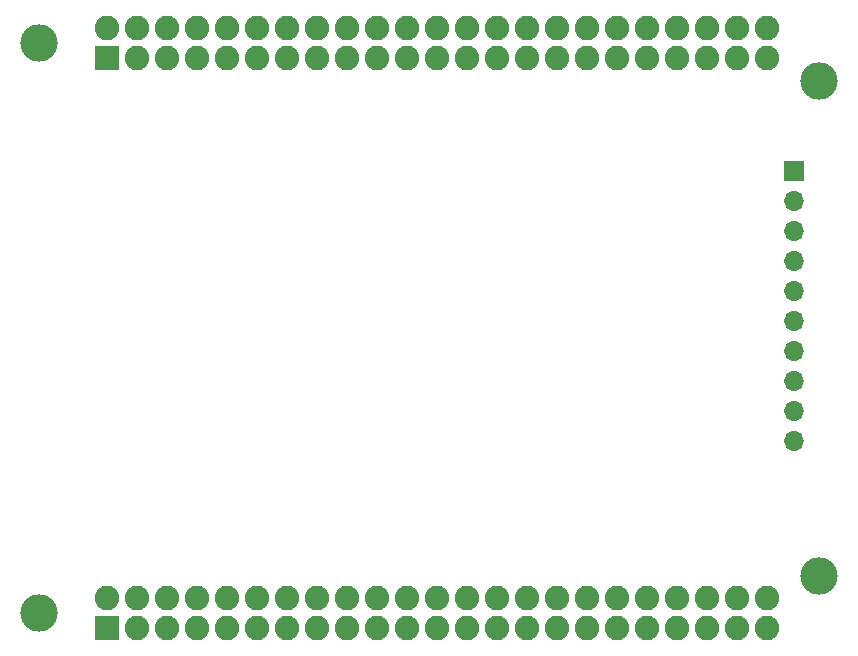
<source format=gbs>
G04 #@! TF.GenerationSoftware,KiCad,Pcbnew,8.0.6*
G04 #@! TF.CreationDate,2025-01-05T21:46:19-05:00*
G04 #@! TF.ProjectId,Beagle-AI-64-CAN-Part1,42656167-6c65-42d4-9149-2d36342d4341,rev?*
G04 #@! TF.SameCoordinates,Original*
G04 #@! TF.FileFunction,Soldermask,Bot*
G04 #@! TF.FilePolarity,Negative*
%FSLAX46Y46*%
G04 Gerber Fmt 4.6, Leading zero omitted, Abs format (unit mm)*
G04 Created by KiCad (PCBNEW 8.0.6) date 2025-01-05 21:46:19*
%MOMM*%
%LPD*%
G01*
G04 APERTURE LIST*
G04 Aperture macros list*
%AMRoundRect*
0 Rectangle with rounded corners*
0 $1 Rounding radius*
0 $2 $3 $4 $5 $6 $7 $8 $9 X,Y pos of 4 corners*
0 Add a 4 corners polygon primitive as box body*
4,1,4,$2,$3,$4,$5,$6,$7,$8,$9,$2,$3,0*
0 Add four circle primitives for the rounded corners*
1,1,$1+$1,$2,$3*
1,1,$1+$1,$4,$5*
1,1,$1+$1,$6,$7*
1,1,$1+$1,$8,$9*
0 Add four rect primitives between the rounded corners*
20,1,$1+$1,$2,$3,$4,$5,0*
20,1,$1+$1,$4,$5,$6,$7,0*
20,1,$1+$1,$6,$7,$8,$9,0*
20,1,$1+$1,$8,$9,$2,$3,0*%
G04 Aperture macros list end*
%ADD10R,1.700000X1.700000*%
%ADD11O,1.700000X1.700000*%
%ADD12C,3.175000*%
%ADD13RoundRect,0.101600X-0.939800X-0.939800X0.939800X-0.939800X0.939800X0.939800X-0.939800X0.939800X0*%
%ADD14C,2.082800*%
G04 APERTURE END LIST*
D10*
X183700000Y-91625000D03*
D11*
X183700000Y-94165000D03*
X183700000Y-96705000D03*
X183700000Y-99245000D03*
X183700000Y-101785000D03*
X183700000Y-104325000D03*
X183700000Y-106865000D03*
X183700000Y-109405000D03*
X183700000Y-111945000D03*
X183700000Y-114485000D03*
D12*
X119761000Y-80772000D03*
X119761000Y-129032000D03*
X185801000Y-83947000D03*
X185801000Y-125857000D03*
D13*
X125476000Y-82042000D03*
D14*
X125476000Y-79502000D03*
X128016000Y-82042000D03*
X128016000Y-79502000D03*
X130556000Y-82042000D03*
X130556000Y-79502000D03*
X133096000Y-82042000D03*
X133096000Y-79502000D03*
X135636000Y-82042000D03*
X135636000Y-79502000D03*
X138176000Y-82042000D03*
X138176000Y-79502000D03*
X140716000Y-82042000D03*
X140716000Y-79502000D03*
X143256000Y-82042000D03*
X143256000Y-79502000D03*
X145796000Y-82042000D03*
X145796000Y-79502000D03*
X148336000Y-82042000D03*
X148336000Y-79502000D03*
X150876000Y-82042000D03*
X150876000Y-79502000D03*
X153416000Y-82042000D03*
X153416000Y-79502000D03*
X155956000Y-82042000D03*
X155956000Y-79502000D03*
X158496000Y-82042000D03*
X158496000Y-79502000D03*
X161036000Y-82042000D03*
X161036000Y-79502000D03*
X163576000Y-82042000D03*
X163576000Y-79502000D03*
X166116000Y-82042000D03*
X166116000Y-79502000D03*
X168656000Y-82042000D03*
X168656000Y-79502000D03*
X171196000Y-82042000D03*
X171196000Y-79502000D03*
X173736000Y-82042000D03*
X173736000Y-79502000D03*
X176276000Y-82042000D03*
X176276000Y-79502000D03*
X178816000Y-82042000D03*
X178816000Y-79502000D03*
X181356000Y-82042000D03*
X181356000Y-79502000D03*
D13*
X125476000Y-130302000D03*
D14*
X125476000Y-127762000D03*
X128016000Y-130302000D03*
X128016000Y-127762000D03*
X130556000Y-130302000D03*
X130556000Y-127762000D03*
X133096000Y-130302000D03*
X133096000Y-127762000D03*
X135636000Y-130302000D03*
X135636000Y-127762000D03*
X138176000Y-130302000D03*
X138176000Y-127762000D03*
X140716000Y-130302000D03*
X140716000Y-127762000D03*
X143256000Y-130302000D03*
X143256000Y-127762000D03*
X145796000Y-130302000D03*
X145796000Y-127762000D03*
X148336000Y-130302000D03*
X148336000Y-127762000D03*
X150876000Y-130302000D03*
X150876000Y-127762000D03*
X153416000Y-130302000D03*
X153416000Y-127762000D03*
X155956000Y-130302000D03*
X155956000Y-127762000D03*
X158496000Y-130302000D03*
X158496000Y-127762000D03*
X161036000Y-130302000D03*
X161036000Y-127762000D03*
X163576000Y-130302000D03*
X163576000Y-127762000D03*
X166116000Y-130302000D03*
X166116000Y-127762000D03*
X168656000Y-130302000D03*
X168656000Y-127762000D03*
X171196000Y-130302000D03*
X171196000Y-127762000D03*
X173736000Y-130302000D03*
X173736000Y-127762000D03*
X176276000Y-130302000D03*
X176276000Y-127762000D03*
X178816000Y-130302000D03*
X178816000Y-127762000D03*
X181356000Y-130302000D03*
X181356000Y-127762000D03*
M02*

</source>
